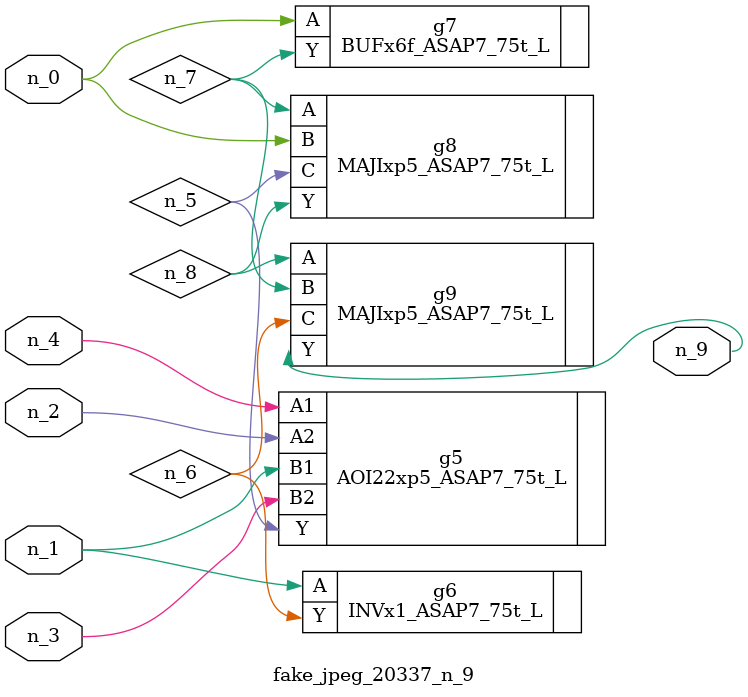
<source format=v>
module fake_jpeg_20337_n_9 (n_3, n_2, n_1, n_0, n_4, n_9);

input n_3;
input n_2;
input n_1;
input n_0;
input n_4;

output n_9;

wire n_8;
wire n_6;
wire n_5;
wire n_7;

AOI22xp5_ASAP7_75t_L g5 ( 
.A1(n_4),
.A2(n_2),
.B1(n_1),
.B2(n_3),
.Y(n_5)
);

INVx1_ASAP7_75t_L g6 ( 
.A(n_1),
.Y(n_6)
);

BUFx6f_ASAP7_75t_L g7 ( 
.A(n_0),
.Y(n_7)
);

MAJIxp5_ASAP7_75t_L g8 ( 
.A(n_7),
.B(n_0),
.C(n_5),
.Y(n_8)
);

MAJIxp5_ASAP7_75t_L g9 ( 
.A(n_8),
.B(n_7),
.C(n_6),
.Y(n_9)
);


endmodule
</source>
